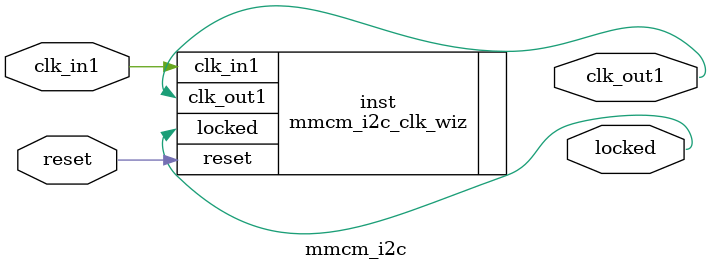
<source format=v>


`timescale 1ps/1ps

(* CORE_GENERATION_INFO = "mmcm_i2c,clk_wiz_v6_0_11_0_0,{component_name=mmcm_i2c,use_phase_alignment=true,use_min_o_jitter=false,use_max_i_jitter=false,use_dyn_phase_shift=false,use_inclk_switchover=false,use_dyn_reconfig=false,enable_axi=0,feedback_source=FDBK_AUTO,PRIMITIVE=MMCM,num_out_clk=1,clkin1_period=83.333,clkin2_period=10.0,use_power_down=false,use_reset=true,use_locked=true,use_inclk_stopped=false,feedback_type=SINGLE,CLOCK_MGR_TYPE=NA,manual_override=false}" *)

module mmcm_i2c 
 (
  // Clock out ports
  output        clk_out1,
  // Status and control signals
  input         reset,
  output        locked,
 // Clock in ports
  input         clk_in1
 );

  mmcm_i2c_clk_wiz inst
  (
  // Clock out ports  
  .clk_out1(clk_out1),
  // Status and control signals               
  .reset(reset), 
  .locked(locked),
 // Clock in ports
  .clk_in1(clk_in1)
  );

endmodule

</source>
